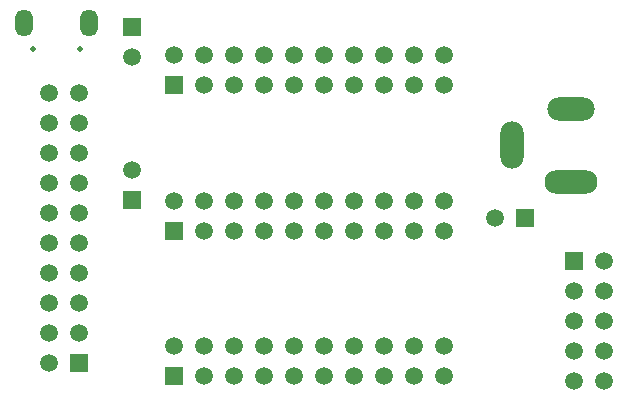
<source format=gtl>
%FSLAX25Y25*%
%MOIN*%
G70*
G01*
G75*
G04 Layer_Physical_Order=1*
G04 Layer_Color=255*
%ADD10R,0.05906X0.05906*%
%ADD11C,0.05906*%
%ADD12R,0.05906X0.05906*%
%ADD13O,0.17716X0.07874*%
%ADD14O,0.15748X0.07874*%
%ADD15O,0.07874X0.15748*%
%ADD16C,0.05906*%
%ADD17C,0.03150*%
%ADD18C,0.01969*%
%ADD19O,0.05906X0.09055*%
D10*
X363500Y258000D02*
D03*
Y209500D02*
D03*
Y306500D02*
D03*
X480400Y262200D02*
D03*
D11*
X373500Y258000D02*
D03*
X383500D02*
D03*
X393500D02*
D03*
X403500D02*
D03*
X413500D02*
D03*
X423500D02*
D03*
X433500D02*
D03*
X443500D02*
D03*
X453500D02*
D03*
X363500Y268000D02*
D03*
X373500D02*
D03*
X383500D02*
D03*
X393500D02*
D03*
X403500D02*
D03*
X413500D02*
D03*
X423500D02*
D03*
X433500D02*
D03*
X443500D02*
D03*
X453500D02*
D03*
X373500Y209500D02*
D03*
X383500D02*
D03*
X393500D02*
D03*
X403500D02*
D03*
X413500D02*
D03*
X423500D02*
D03*
X433500D02*
D03*
X443500D02*
D03*
X453500D02*
D03*
X363500Y219500D02*
D03*
X373500D02*
D03*
X383500D02*
D03*
X393500D02*
D03*
X403500D02*
D03*
X413500D02*
D03*
X423500D02*
D03*
X433500D02*
D03*
X443500D02*
D03*
X453500D02*
D03*
X322000Y304000D02*
D03*
X332000D02*
D03*
X322000Y294000D02*
D03*
X332000D02*
D03*
X322000Y284000D02*
D03*
X332000D02*
D03*
X322000Y274000D02*
D03*
X332000D02*
D03*
X322000Y264000D02*
D03*
X332000D02*
D03*
X322000Y254000D02*
D03*
X332000D02*
D03*
X322000Y244000D02*
D03*
X332000D02*
D03*
X322000Y234000D02*
D03*
X332000D02*
D03*
X322000Y224000D02*
D03*
X332000D02*
D03*
X322000Y214000D02*
D03*
X373500Y306500D02*
D03*
X383500D02*
D03*
X393500D02*
D03*
X403500D02*
D03*
X413500D02*
D03*
X423500D02*
D03*
X433500D02*
D03*
X443500D02*
D03*
X453500D02*
D03*
X363500Y316500D02*
D03*
X373500D02*
D03*
X383500D02*
D03*
X393500D02*
D03*
X403500D02*
D03*
X413500D02*
D03*
X423500D02*
D03*
X433500D02*
D03*
X443500D02*
D03*
X453500D02*
D03*
X492063Y298472D02*
D03*
X499937D02*
D03*
X476315Y282724D02*
D03*
Y290598D02*
D03*
X507000Y248000D02*
D03*
X497000Y238000D02*
D03*
X507000D02*
D03*
X497000Y228000D02*
D03*
X507000D02*
D03*
X497000Y218000D02*
D03*
X507000D02*
D03*
X497000Y208000D02*
D03*
X507000D02*
D03*
X470400Y262200D02*
D03*
X349500Y315900D02*
D03*
Y278100D02*
D03*
D12*
X332000Y214000D02*
D03*
X497000Y248000D02*
D03*
X349500Y325900D02*
D03*
Y268100D02*
D03*
D13*
X496000Y274063D02*
D03*
D14*
Y298472D02*
D03*
D15*
X476315Y286661D02*
D03*
D16*
X500921Y274063D02*
D03*
X491079D02*
D03*
D17*
X313493Y328695D02*
D03*
Y325743D02*
D03*
X335343Y328695D02*
D03*
Y325743D02*
D03*
D18*
X332292Y318558D02*
D03*
X316544D02*
D03*
D19*
X313493Y327120D02*
D03*
X335343D02*
D03*
M02*

</source>
